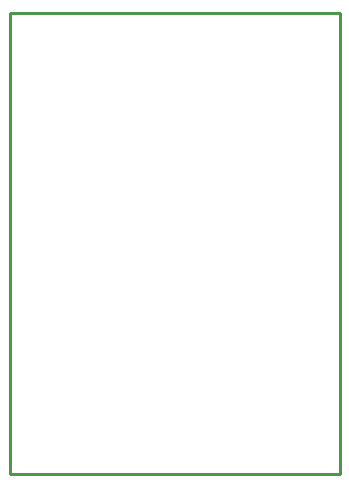
<source format=gbr>
G04 EAGLE Gerber RS-274X export*
G75*
%MOMM*%
%FSLAX34Y34*%
%LPD*%
%IN*%
%IPPOS*%
%AMOC8*
5,1,8,0,0,1.08239X$1,22.5*%
G01*
%ADD10C,0.254000*%


D10*
X0Y0D02*
X279200Y0D01*
X279200Y390400D01*
X0Y390400D01*
X0Y0D01*
M02*

</source>
